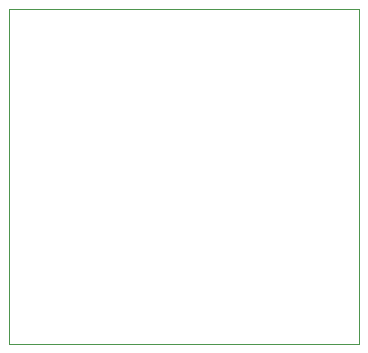
<source format=gbr>
%TF.GenerationSoftware,Altium Limited,Altium Designer,23.4.1 (23)*%
G04 Layer_Color=16711935*
%FSLAX26Y26*%
%MOIN*%
%TF.SameCoordinates,58D80696-3D7F-4981-BD36-B6FE397AE5C4*%
%TF.FilePolarity,Positive*%
%TF.FileFunction,Keep-out,Top*%
%TF.Part,Single*%
G01*
G75*
%TA.AperFunction,NonConductor*%
%ADD25C,0.003937*%
D25*
X1003000Y2927000D02*
Y4045000D01*
Y2927000D02*
X2167000D01*
Y4045000D01*
X1003000D02*
X2167000D01*
%TF.MD5,9bcc27e0a35a3ec76a807c1adf027747*%
M02*

</source>
